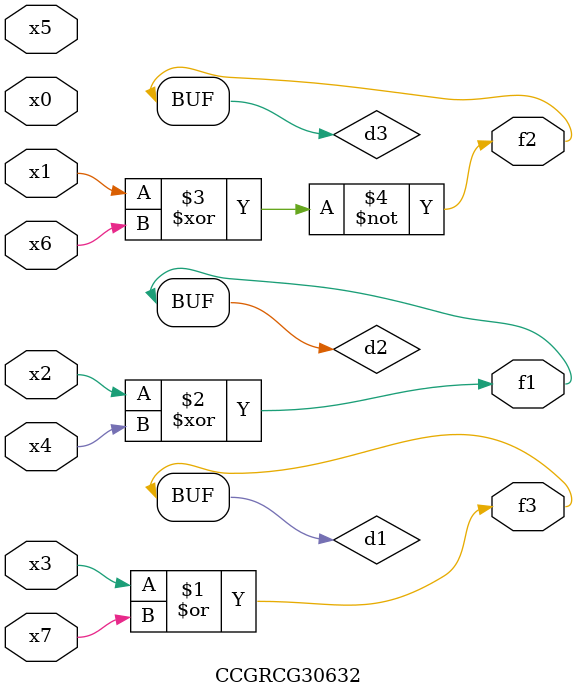
<source format=v>
module CCGRCG30632(
	input x0, x1, x2, x3, x4, x5, x6, x7,
	output f1, f2, f3
);

	wire d1, d2, d3;

	or (d1, x3, x7);
	xor (d2, x2, x4);
	xnor (d3, x1, x6);
	assign f1 = d2;
	assign f2 = d3;
	assign f3 = d1;
endmodule

</source>
